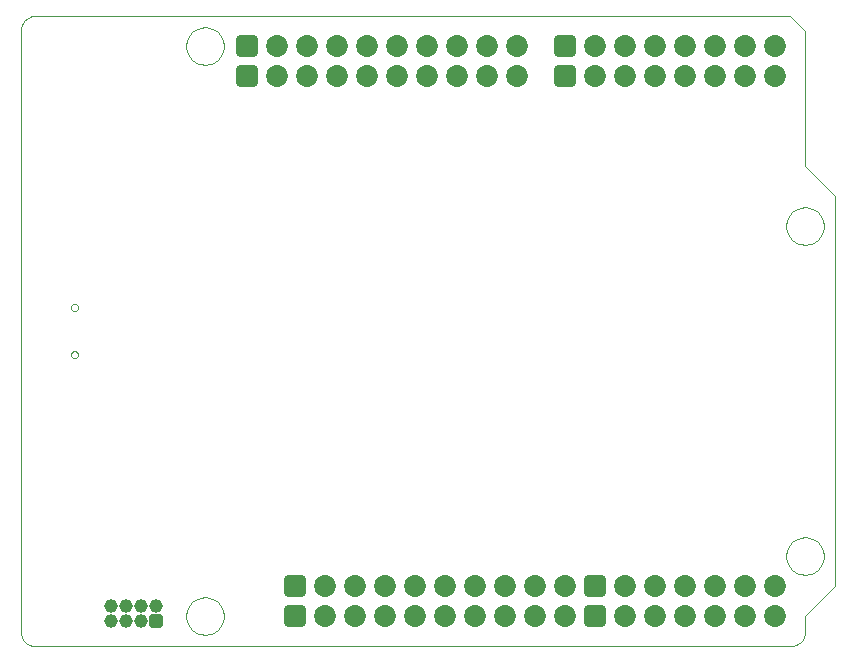
<source format=gbr>
G04 PROTEUS RS274X GERBER FILE*
%FSLAX45Y45*%
%MOMM*%
G01*
%AMPPAD066*
4,1,48,
0.323000,-0.577000,
-0.323000,-0.577000,
-0.349400,-0.575720,
-0.374930,-0.571950,
-0.399490,-0.565800,
-0.445220,-0.546870,
-0.485650,-0.519840,
-0.519840,-0.485640,
-0.546860,-0.445220,
-0.565800,-0.399490,
-0.571950,-0.374930,
-0.575720,-0.349400,
-0.577000,-0.323000,
-0.577000,0.323000,
-0.575720,0.349400,
-0.571950,0.374930,
-0.565800,0.399490,
-0.546860,0.445220,
-0.519840,0.485640,
-0.485650,0.519840,
-0.445220,0.546870,
-0.399490,0.565800,
-0.374930,0.571950,
-0.349400,0.575720,
-0.323000,0.577000,
0.323000,0.577000,
0.349400,0.575720,
0.374930,0.571950,
0.399490,0.565800,
0.445220,0.546870,
0.485650,0.519840,
0.519840,0.485640,
0.546860,0.445220,
0.565800,0.399490,
0.571950,0.374930,
0.575720,0.349400,
0.577000,0.323000,
0.577000,-0.323000,
0.575720,-0.349400,
0.571950,-0.374930,
0.565800,-0.399490,
0.546860,-0.445220,
0.519840,-0.485640,
0.485650,-0.519840,
0.445220,-0.546870,
0.399490,-0.565800,
0.374930,-0.571950,
0.349400,-0.575720,
0.323000,-0.577000,
0*%
%ADD76PPAD066*%
%ADD77C,1.154000*%
%AMPPAD068*
4,1,44,
-0.546000,0.927000,
0.546000,0.927000,
0.585600,0.925080,
0.623900,0.919420,
0.695940,0.897610,
0.760730,0.862960,
0.816870,0.816870,
0.862960,0.760730,
0.897610,0.695940,
0.919420,0.623900,
0.925080,0.585600,
0.927000,0.546000,
0.927000,-0.546000,
0.925080,-0.585600,
0.919420,-0.623900,
0.897610,-0.695940,
0.862960,-0.760730,
0.816870,-0.816870,
0.760730,-0.862960,
0.695940,-0.897610,
0.623900,-0.919420,
0.585600,-0.925080,
0.546000,-0.927000,
-0.546000,-0.927000,
-0.585600,-0.925080,
-0.623900,-0.919420,
-0.695940,-0.897610,
-0.760730,-0.862960,
-0.816870,-0.816870,
-0.862960,-0.760730,
-0.897610,-0.695940,
-0.919420,-0.623900,
-0.925080,-0.585600,
-0.927000,-0.546000,
-0.927000,0.546000,
-0.925080,0.585600,
-0.919420,0.623900,
-0.897610,0.695940,
-0.862960,0.760730,
-0.816870,0.816870,
-0.760730,0.862960,
-0.695940,0.897610,
-0.623900,0.919420,
-0.585600,0.925080,
-0.546000,0.927000,
0*%
%ADD78PPAD068*%
%ADD79C,1.854000*%
%ADD52C,0.025400*%
D76*
X+1149350Y+208200D03*
D77*
X+1149350Y+335200D03*
X+1022350Y+208200D03*
X+1022350Y+335200D03*
X+895350Y+208200D03*
X+895350Y+335200D03*
X+768350Y+208200D03*
X+768350Y+335200D03*
D78*
X+4864100Y+254000D03*
D79*
X+5118100Y+254000D03*
X+5372100Y+254000D03*
X+5626100Y+254000D03*
X+5880100Y+254000D03*
X+6134100Y+254000D03*
X+6388100Y+254000D03*
D78*
X+2324100Y+254000D03*
D79*
X+2578100Y+254000D03*
X+2832100Y+254000D03*
X+3086100Y+254000D03*
X+3340100Y+254000D03*
X+3594100Y+254000D03*
X+3848100Y+254000D03*
X+4102100Y+254000D03*
X+4356100Y+254000D03*
X+4610100Y+254000D03*
D78*
X+1917700Y+5080000D03*
D79*
X+2171700Y+5080000D03*
X+2425700Y+5080000D03*
X+2679700Y+5080000D03*
X+2933700Y+5080000D03*
X+3187700Y+5080000D03*
X+3441700Y+5080000D03*
X+3695700Y+5080000D03*
X+3949700Y+5080000D03*
X+4203700Y+5080000D03*
D78*
X+4610100Y+5080000D03*
D79*
X+4864100Y+5080000D03*
X+5118100Y+5080000D03*
X+5372100Y+5080000D03*
X+5626100Y+5080000D03*
X+5880100Y+5080000D03*
X+6134100Y+5080000D03*
X+6388100Y+5080000D03*
D78*
X+2324100Y+508000D03*
D79*
X+2578100Y+508000D03*
X+2832100Y+508000D03*
X+3086100Y+508000D03*
X+3340100Y+508000D03*
X+3594100Y+508000D03*
X+3848100Y+508000D03*
X+4102100Y+508000D03*
X+4356100Y+508000D03*
X+4610100Y+508000D03*
D78*
X+4864100Y+508000D03*
D79*
X+5118100Y+508000D03*
X+5372100Y+508000D03*
X+5626100Y+508000D03*
X+5880100Y+508000D03*
X+6134100Y+508000D03*
X+6388100Y+508000D03*
D78*
X+4610100Y+4826000D03*
D79*
X+4864100Y+4826000D03*
X+5118100Y+4826000D03*
X+5372100Y+4826000D03*
X+5626100Y+4826000D03*
X+5880100Y+4826000D03*
X+6134100Y+4826000D03*
X+6388100Y+4826000D03*
D78*
X+1917700Y+4826000D03*
D79*
X+2171700Y+4826000D03*
X+2425700Y+4826000D03*
X+2679700Y+4826000D03*
X+2933700Y+4826000D03*
X+3187700Y+4826000D03*
X+3441700Y+4826000D03*
X+3695700Y+4826000D03*
X+3949700Y+4826000D03*
X+4203700Y+4826000D03*
D52*
X+6800850Y+762000D02*
X+6800320Y+774958D01*
X+6796016Y+800876D01*
X+6787025Y+826794D01*
X+6772380Y+852712D01*
X+6749976Y+878466D01*
X+6724058Y+897958D01*
X+6698140Y+910530D01*
X+6672222Y+917866D01*
X+6646304Y+920694D01*
X+6642100Y+920750D01*
X+6483350Y+762000D02*
X+6483880Y+774958D01*
X+6488184Y+800876D01*
X+6497175Y+826794D01*
X+6511820Y+852712D01*
X+6534224Y+878466D01*
X+6560142Y+897958D01*
X+6586060Y+910530D01*
X+6611978Y+917866D01*
X+6637896Y+920694D01*
X+6642100Y+920750D01*
X+6483350Y+762000D02*
X+6483880Y+749042D01*
X+6488184Y+723124D01*
X+6497175Y+697206D01*
X+6511820Y+671288D01*
X+6534224Y+645534D01*
X+6560142Y+626042D01*
X+6586060Y+613470D01*
X+6611978Y+606134D01*
X+6637896Y+603306D01*
X+6642100Y+603250D01*
X+6800850Y+762000D02*
X+6800320Y+749042D01*
X+6796016Y+723124D01*
X+6787025Y+697206D01*
X+6772380Y+671288D01*
X+6749976Y+645534D01*
X+6724058Y+626042D01*
X+6698140Y+613470D01*
X+6672222Y+606134D01*
X+6646304Y+603306D01*
X+6642100Y+603250D01*
X+6800850Y+3556000D02*
X+6800320Y+3568958D01*
X+6796016Y+3594876D01*
X+6787025Y+3620794D01*
X+6772380Y+3646712D01*
X+6749976Y+3672466D01*
X+6724058Y+3691958D01*
X+6698140Y+3704530D01*
X+6672222Y+3711866D01*
X+6646304Y+3714694D01*
X+6642100Y+3714750D01*
X+6483350Y+3556000D02*
X+6483880Y+3568958D01*
X+6488184Y+3594876D01*
X+6497175Y+3620794D01*
X+6511820Y+3646712D01*
X+6534224Y+3672466D01*
X+6560142Y+3691958D01*
X+6586060Y+3704530D01*
X+6611978Y+3711866D01*
X+6637896Y+3714694D01*
X+6642100Y+3714750D01*
X+6483350Y+3556000D02*
X+6483880Y+3543042D01*
X+6488184Y+3517124D01*
X+6497175Y+3491206D01*
X+6511820Y+3465288D01*
X+6534224Y+3439534D01*
X+6560142Y+3420042D01*
X+6586060Y+3407470D01*
X+6611978Y+3400134D01*
X+6637896Y+3397306D01*
X+6642100Y+3397250D01*
X+6800850Y+3556000D02*
X+6800320Y+3543042D01*
X+6796016Y+3517124D01*
X+6787025Y+3491206D01*
X+6772380Y+3465288D01*
X+6749976Y+3439534D01*
X+6724058Y+3420042D01*
X+6698140Y+3407470D01*
X+6672222Y+3400134D01*
X+6646304Y+3397306D01*
X+6642100Y+3397250D01*
X+1720850Y+5080000D02*
X+1720320Y+5092958D01*
X+1716016Y+5118876D01*
X+1707025Y+5144794D01*
X+1692380Y+5170712D01*
X+1669976Y+5196466D01*
X+1644058Y+5215958D01*
X+1618140Y+5228530D01*
X+1592222Y+5235866D01*
X+1566304Y+5238694D01*
X+1562100Y+5238750D01*
X+1403350Y+5080000D02*
X+1403880Y+5092958D01*
X+1408184Y+5118876D01*
X+1417175Y+5144794D01*
X+1431820Y+5170712D01*
X+1454224Y+5196466D01*
X+1480142Y+5215958D01*
X+1506060Y+5228530D01*
X+1531978Y+5235866D01*
X+1557896Y+5238694D01*
X+1562100Y+5238750D01*
X+1403350Y+5080000D02*
X+1403880Y+5067042D01*
X+1408184Y+5041124D01*
X+1417175Y+5015206D01*
X+1431820Y+4989288D01*
X+1454224Y+4963534D01*
X+1480142Y+4944042D01*
X+1506060Y+4931470D01*
X+1531978Y+4924134D01*
X+1557896Y+4921306D01*
X+1562100Y+4921250D01*
X+1720850Y+5080000D02*
X+1720320Y+5067042D01*
X+1716016Y+5041124D01*
X+1707025Y+5015206D01*
X+1692380Y+4989288D01*
X+1669976Y+4963534D01*
X+1644058Y+4944042D01*
X+1618140Y+4931470D01*
X+1592222Y+4924134D01*
X+1566304Y+4921306D01*
X+1562100Y+4921250D01*
X+1720850Y+254000D02*
X+1720320Y+266958D01*
X+1716016Y+292876D01*
X+1707025Y+318794D01*
X+1692380Y+344712D01*
X+1669976Y+370466D01*
X+1644058Y+389958D01*
X+1618140Y+402530D01*
X+1592222Y+409866D01*
X+1566304Y+412694D01*
X+1562100Y+412750D01*
X+1403350Y+254000D02*
X+1403880Y+266958D01*
X+1408184Y+292876D01*
X+1417175Y+318794D01*
X+1431820Y+344712D01*
X+1454224Y+370466D01*
X+1480142Y+389958D01*
X+1506060Y+402530D01*
X+1531978Y+409866D01*
X+1557896Y+412694D01*
X+1562100Y+412750D01*
X+1403350Y+254000D02*
X+1403880Y+241042D01*
X+1408184Y+215124D01*
X+1417175Y+189206D01*
X+1431820Y+163288D01*
X+1454224Y+137534D01*
X+1480142Y+118042D01*
X+1506060Y+105470D01*
X+1531978Y+98134D01*
X+1557896Y+95306D01*
X+1562100Y+95250D01*
X+1720850Y+254000D02*
X+1720320Y+241042D01*
X+1716016Y+215124D01*
X+1707025Y+189206D01*
X+1692380Y+163288D01*
X+1669976Y+137534D01*
X+1644058Y+118042D01*
X+1618140Y+105470D01*
X+1592222Y+98134D01*
X+1566304Y+95306D01*
X+1562100Y+95250D01*
X+127000Y+0D02*
X+101032Y+2527D01*
X+77018Y+9798D01*
X+55423Y+21347D01*
X+36711Y+36711D01*
X+21348Y+55423D01*
X+9798Y+77018D01*
X+2527Y+101032D01*
X+0Y+127000D01*
X+0Y+5207000D01*
X+2527Y+5232967D01*
X+9798Y+5256981D01*
X+21348Y+5278577D01*
X+36711Y+5297289D01*
X+55423Y+5312652D01*
X+77018Y+5324202D01*
X+101032Y+5331473D01*
X+127000Y+5334000D01*
X+6515100Y+5334000D01*
X+6642100Y+5207000D01*
X+6642100Y+4064000D01*
X+6896100Y+3810000D01*
X+6896100Y+508000D01*
X+6642100Y+254000D01*
X+6642100Y+127000D01*
X+6639573Y+101032D01*
X+6632302Y+77018D01*
X+6620752Y+55423D01*
X+6605389Y+36711D01*
X+6586677Y+21347D01*
X+6565081Y+9798D01*
X+6541067Y+2527D01*
X+6515100Y+0D01*
X+127000Y+0D01*
X+486650Y+2467000D02*
X+486547Y+2469489D01*
X+485705Y+2474469D01*
X+483945Y+2479449D01*
X+481068Y+2484429D01*
X+476667Y+2489345D01*
X+471687Y+2492959D01*
X+466707Y+2495264D01*
X+461727Y+2496567D01*
X+456747Y+2497000D01*
X+456650Y+2497000D01*
X+426650Y+2467000D02*
X+426753Y+2469489D01*
X+427595Y+2474469D01*
X+429355Y+2479449D01*
X+432232Y+2484429D01*
X+436633Y+2489345D01*
X+441613Y+2492959D01*
X+446593Y+2495264D01*
X+451573Y+2496567D01*
X+456553Y+2497000D01*
X+456650Y+2497000D01*
X+426650Y+2467000D02*
X+426753Y+2464511D01*
X+427595Y+2459531D01*
X+429355Y+2454551D01*
X+432232Y+2449571D01*
X+436633Y+2444655D01*
X+441613Y+2441041D01*
X+446593Y+2438736D01*
X+451573Y+2437433D01*
X+456553Y+2437000D01*
X+456650Y+2437000D01*
X+486650Y+2467000D02*
X+486547Y+2464511D01*
X+485705Y+2459531D01*
X+483945Y+2454551D01*
X+481068Y+2449571D01*
X+476667Y+2444655D01*
X+471687Y+2441041D01*
X+466707Y+2438736D01*
X+461727Y+2437433D01*
X+456747Y+2437000D01*
X+456650Y+2437000D01*
X+486650Y+2867000D02*
X+486547Y+2869489D01*
X+485705Y+2874469D01*
X+483945Y+2879449D01*
X+481068Y+2884429D01*
X+476667Y+2889345D01*
X+471687Y+2892959D01*
X+466707Y+2895264D01*
X+461727Y+2896567D01*
X+456747Y+2897000D01*
X+456650Y+2897000D01*
X+426650Y+2867000D02*
X+426753Y+2869489D01*
X+427595Y+2874469D01*
X+429355Y+2879449D01*
X+432232Y+2884429D01*
X+436633Y+2889345D01*
X+441613Y+2892959D01*
X+446593Y+2895264D01*
X+451573Y+2896567D01*
X+456553Y+2897000D01*
X+456650Y+2897000D01*
X+426650Y+2867000D02*
X+426753Y+2864511D01*
X+427595Y+2859531D01*
X+429355Y+2854551D01*
X+432232Y+2849571D01*
X+436633Y+2844655D01*
X+441613Y+2841041D01*
X+446593Y+2838736D01*
X+451573Y+2837433D01*
X+456553Y+2837000D01*
X+456650Y+2837000D01*
X+486650Y+2867000D02*
X+486547Y+2864511D01*
X+485705Y+2859531D01*
X+483945Y+2854551D01*
X+481068Y+2849571D01*
X+476667Y+2844655D01*
X+471687Y+2841041D01*
X+466707Y+2838736D01*
X+461727Y+2837433D01*
X+456747Y+2837000D01*
X+456650Y+2837000D01*
M02*

</source>
